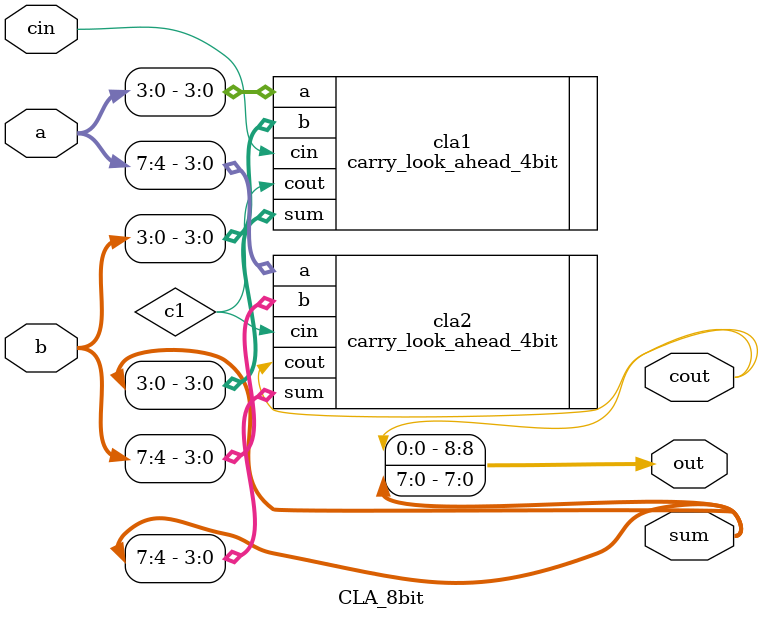
<source format=v>
`timescale 1ns / 1ps

// Author : Venu Pabbuleti 
// ID     : N180116
//Branch  : ECE
//Project : RTL design using Verilog
//Design  : 8Bit CLA
//Module  : 8bit RCA  Main Design Module
//RGUKT NUZVID 
//////////////////////////////////////////////////////////////////////////////////


module CLA_8bit(a,b, cin, sum,cout,out);
input [7:0] a,b;
input cin;
output [7:0] sum;
output cout;
output [8:0]out;
wire c1,c2,c3;

carry_look_ahead_4bit cla1 (.a(a[3:0]), .b(b[3:0]), .cin(cin), .sum(sum[3:0]), .cout(c1));
carry_look_ahead_4bit cla2 (.a(a[7:4]), .b(b[7:4]), .cin(c1), .sum(sum[7:4]), .cout(cout));
assign out={cout,sum};
endmodule
</source>
